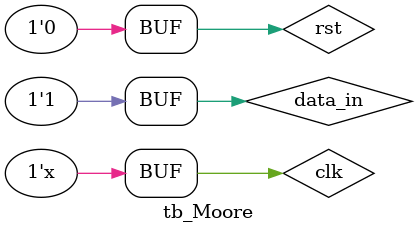
<source format=v>
module tb_Moore();
  reg clk;
  reg rst;
  reg data_in;
  wire data_out;
  wire [5:0] state;
  wire[5:0] next_state;
  
  Moore uut(.clk(clk),
            .rst(rst),
            .data_in(data_in),
            .data_out(data_out),
            .state(state),
            .next_state(next_state));
  
  always #5 clk=~clk;
  
  initial begin
    clk=0;
    rst=1;
    
    #15;
    rst=0;
    data_in=1'b1;
    
    #10;
    data_in=1'b1;
    
    #10;
    data_in=1'b1;
    
    #10;
    data_in=1'b0;
    
    #10;
    data_in=1'b1;
    
    #10;
    data_in=1'b1;
    
    #10;
    data_in=1'b1;
  end
endmodule
</source>
